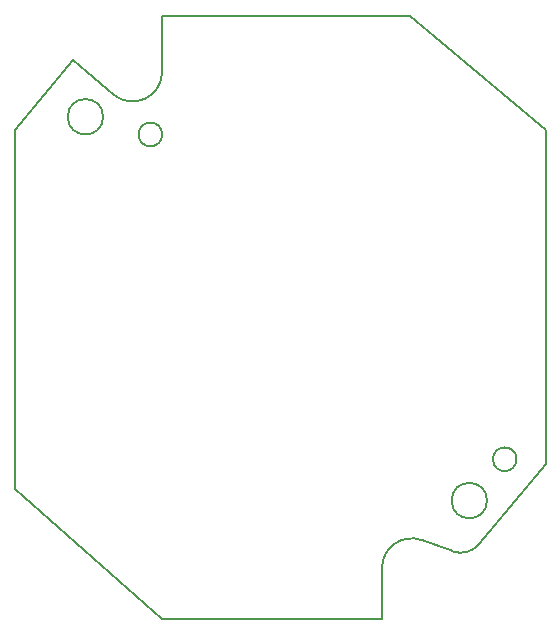
<source format=gbr>
%TF.GenerationSoftware,KiCad,Pcbnew,7.0.1*%
%TF.CreationDate,2023-04-30T22:37:30+01:00*%
%TF.ProjectId,left_main,6c656674-5f6d-4616-996e-2e6b69636164,rev?*%
%TF.SameCoordinates,Original*%
%TF.FileFunction,Profile,NP*%
%FSLAX46Y46*%
G04 Gerber Fmt 4.6, Leading zero omitted, Abs format (unit mm)*
G04 Created by KiCad (PCBNEW 7.0.1) date 2023-04-30 22:37:30*
%MOMM*%
%LPD*%
G01*
G04 APERTURE LIST*
%TA.AperFunction,Profile*%
%ADD10C,0.200000*%
%TD*%
G04 APERTURE END LIST*
D10*
X82066746Y-73849298D02*
X79448947Y-72896497D01*
X57462463Y-33263323D02*
X57462463Y-28551304D01*
X79448958Y-72896468D02*
G75*
G03*
X76093897Y-75245729I-855058J-2349232D01*
G01*
X84974832Y-69551304D02*
G75*
G03*
X84974832Y-69551304I-1500000J0D01*
G01*
X89974832Y-38151304D02*
X89974832Y-66472077D01*
X76093897Y-75245729D02*
X76093897Y-79551304D01*
X57462463Y-28551304D02*
X78462463Y-28551304D01*
X87474832Y-66051304D02*
G75*
G03*
X87474832Y-66051304I-1000000J0D01*
G01*
X89974832Y-66472077D02*
X84282875Y-73255488D01*
X57474832Y-38551304D02*
G75*
G03*
X57474832Y-38551304I-1000000J0D01*
G01*
X44974832Y-68551304D02*
X44974832Y-38151304D01*
X57462463Y-79551304D02*
X44974832Y-68551304D01*
X53355492Y-35178436D02*
G75*
G03*
X57462463Y-33263323I1606968J1915116D01*
G01*
X82066753Y-73849280D02*
G75*
G03*
X84282875Y-73255488I684047J1879380D01*
G01*
X76093897Y-79551304D02*
X57462463Y-79551304D01*
X78462463Y-28551304D02*
X89974832Y-38151304D01*
X49901372Y-32280082D02*
X53355494Y-35178434D01*
X44974832Y-38151304D02*
X49901372Y-32280082D01*
X52474832Y-37051304D02*
G75*
G03*
X52474832Y-37051304I-1500000J0D01*
G01*
M02*

</source>
